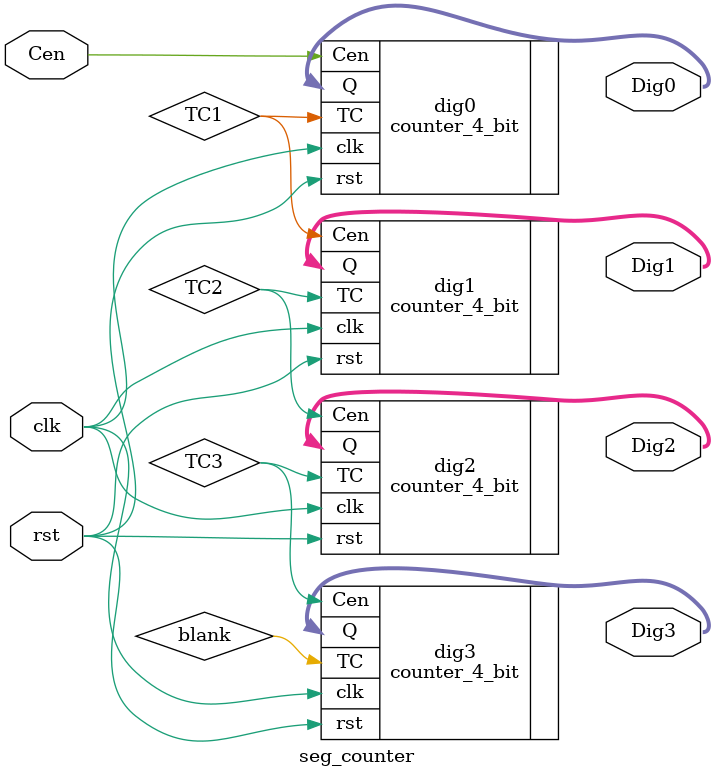
<source format=v>
`timescale 1ns / 1ps
module seg_counter(
		input clk,
		input rst,
		input Cen,
		output [3:0] Dig0,
		output [3:0] Dig1,
		output [3:0] Dig2,
		output [3:0] Dig3
    );

wire TC1;
wire TC2;
wire TC3;
wire blank;

localparam constant1 = 1'b1;

counter_4_bit dig0(
		.Cen(Cen),
		.clk(clk),
		.rst(rst),
		.Q(Dig0),
		.TC(TC1)
	);

counter_4_bit dig1(
		.Cen(TC1),
		.clk(clk),
		.rst(rst),
		.Q(Dig1),
		.TC(TC2)
	);


counter_4_bit dig2(
		.Cen(TC2),
		.clk(clk),
		.rst(rst),
		.Q(Dig2),
		.TC(TC3)
	);
	

counter_4_bit dig3(
		.Cen(TC3),
		.clk(clk),
		.rst(rst),
		.Q(Dig3),
		.TC(blank)
	);



endmodule

</source>
